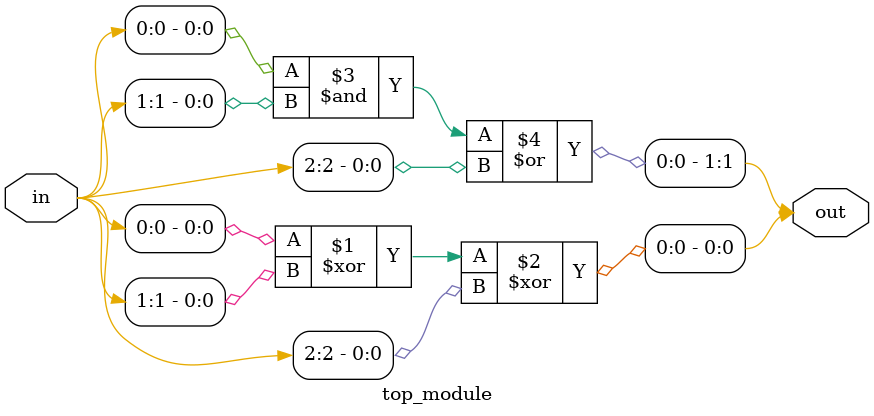
<source format=sv>
module top_module (
	input [2:0] in,
	output [1:0] out
);

	assign out[0] = in[0] ^ in[1] ^ in[2];
	assign out[1] = in[0] & in[1] | in[2];
    
endmodule

</source>
